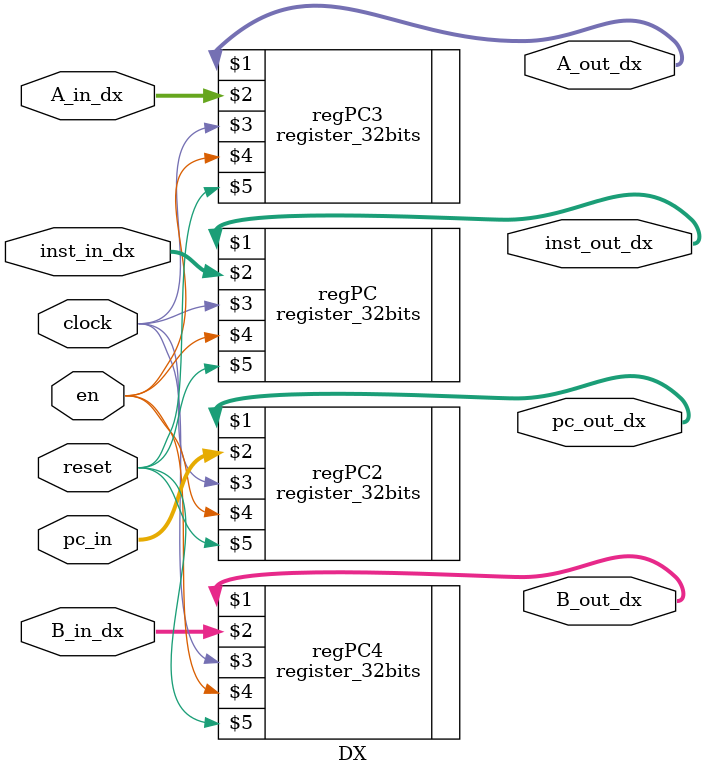
<source format=v>
module DX(inst_out_dx, pc_out_dx, A_out_dx, B_out_dx, inst_in_dx, pc_in, A_in_dx, B_in_dx, clock, en, reset);
    input [31:0] inst_in_dx, pc_in, A_in_dx, B_in_dx;
    input clock, en, reset;
    output [31:0] inst_out_dx, pc_out_dx, A_out_dx, B_out_dx;
    

    register_32bits regPC(inst_out_dx, inst_in_dx, clock, en, reset);
    register_32bits regPC2(pc_out_dx, pc_in, clock, en, reset);
    register_32bits regPC3(A_out_dx, A_in_dx, clock, en, reset);
    register_32bits regPC4(B_out_dx, B_in_dx, clock, en, reset);
    
endmodule
</source>
